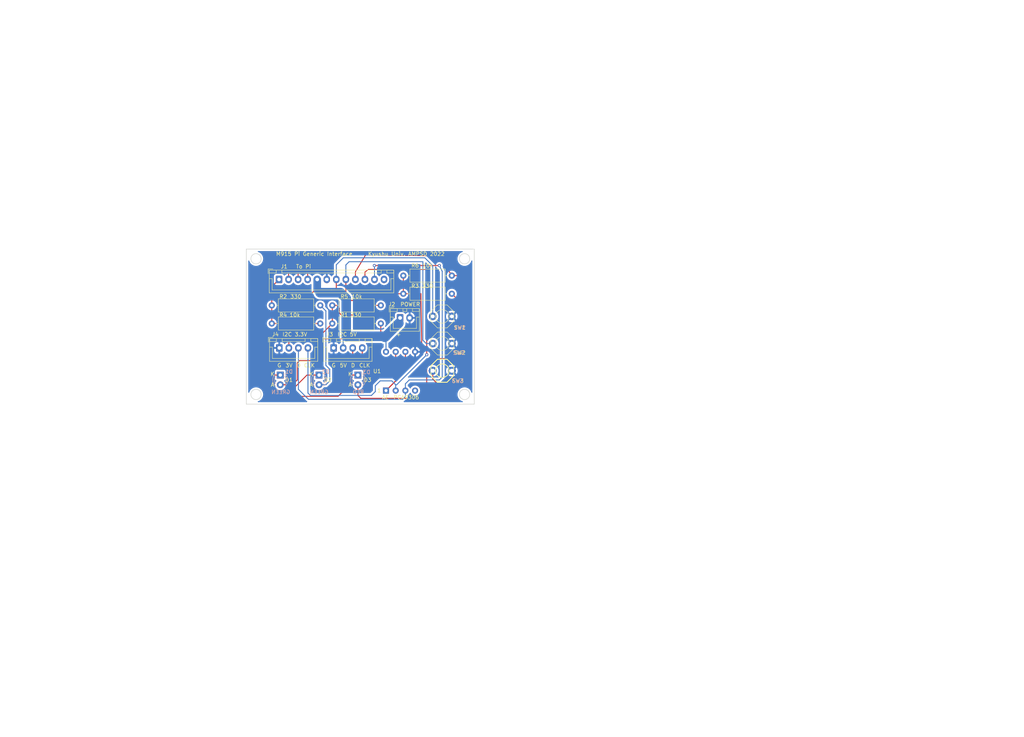
<source format=kicad_pcb>
(kicad_pcb (version 20221018) (generator pcbnew)
  (layers (0 "F.Cu" signal) (31 "B.Cu" signal) (34 "B.Paste" user) (35 "F.Paste" user) (36 "B.SilkS" user "B.Silkscreen") (37 "F.SilkS" user "F.Silkscreen") (38 "B.Mask" user) (39 "F.Mask" user) (44 "Edge.Cuts" user))
  (net 0 "")
  (net 1 "/GPIO04")
  (net 2 "Net-(D1-Pad2)")
  (net 3 "/GPIO05")
  (net 4 "Net-(D2-Pad2)")
  (net 5 "Net-(D3-Pad2)")
  (net 6 "/GPIO06")
  (net 7 "/+3.3V")
  (net 8 "/+5V")
  (net 9 "GND")
  (net 10 "/GPIO23")
  (net 11 "/GPIO24")
  (net 12 "Net-(J1-Pad9)")
  (net 13 "/SCL")
  (net 14 "/SDA")
  (net 15 "Net-(J1-Pad12)")
  (net 16 "/SDA5V")
  (net 17 "/SCL5V")
  (net 18 "Net-(U1-Pad4)")
  (footprint "Connector_JST:JST_XH_B12B-XH-A_1x12_P2.50mm_Vertical" (layer "F.Cu") (at 100.003001 76.535001)
    (fp_text reference "J1" (at 1.342999 -3.383001) (layer "F.SilkS"))
    (fp_text value "To Pi" (at 6.422999 -3.383001) (layer "F.SilkS"))
    (pad "1" thru_hole roundrect (at 0 0) (size 1.7 1.95) (drill 0.95) (layers "*.Cu" "*.Mask") (roundrect_rratio 0.147059) (net 7 "/+3.3V"))
    (pad "2" thru_hole oval (at 2.5 0) (size 1.7 1.95) (drill 0.95) (layers "*.Cu" "*.Mask") (net 1 "/GPIO04"))
    (pad "3" thru_hole oval (at 5 0) (size 1.7 1.95) (drill 0.95) (layers "*.Cu" "*.Mask") (net 3 "/GPIO05"))
    (pad "4" thru_hole oval (at 7.5 0) (size 1.7 1.95) (drill 0.95) (layers "*.Cu" "*.Mask") (net 6 "/GPIO06"))
    (pad "5" thru_hole oval (at 10 0) (size 1.7 1.95) (drill 0.95) (layers "*.Cu" "*.Mask") (net 8 "/+5V"))
    (pad "6" thru_hole oval (at 12.5 0) (size 1.7 1.95) (drill 0.95) (layers "*.Cu" "*.Mask") (net 9 "GND"))
    (pad "7" thru_hole oval (at 15 0) (size 1.7 1.95) (drill 0.95) (layers "*.Cu" "*.Mask") (net 10 "/GPIO23"))
    (pad "8" thru_hole oval (at 17.5 0) (size 1.7 1.95) (drill 0.95) (layers "*.Cu" "*.Mask") (net 11 "/GPIO24"))
    (pad "9" thru_hole oval (at 20 0) (size 1.7 1.95) (drill 0.95) (layers "*.Cu" "*.Mask") (net 12 "Net-(J1-Pad9)"))
    (pad "10" thru_hole oval (at 22.5 0) (size 1.7 1.95) (drill 0.95) (layers "*.Cu" "*.Mask") (net 13 "/SCL"))
    (pad "11" thru_hole oval (at 25 0) (size 1.7 1.95) (drill 0.95) (layers "*.Cu" "*.Mask") (net 14 "/SDA"))
    (pad "12" thru_hole oval (at 27.5 0) (size 1.7 1.95) (drill 0.95) (layers "*.Cu" "*.Mask") (net 15 "Net-(J1-Pad12)"))
  )
  (footprint "Connector_JST:JST_XH_B2B-XH-A_1x02_P2.50mm_Vertical" (layer "F.Cu") (at 131.703001 86.614)
    (fp_text reference "J2" (at -2.163001 -3.556) (layer "F.SilkS"))
    (fp_text value "POWER" (at 2.662999 -3.556) (layer "F.SilkS"))
    (pad "1" thru_hole roundrect (at 0 0) (size 1.7 2) (drill 1) (layers "*.Cu" "*.Mask") (roundrect_rratio 0.147059) (net 8 "/+5V"))
    (pad "2" thru_hole oval (at 2.5 0) (size 1.7 2) (drill 1) (layers "*.Cu" "*.Mask") (net 9 "GND"))
  )
  (footprint "Connector_JST:JST_XH_B4B-XH-A_1x04_P2.50mm_Vertical" (layer "F.Cu") (at 114.3 94.488)
    (fp_text reference "J3" (at -1.016 -3.55) (layer "F.SilkS"))
    (fp_text value "I2C 5V" (at 3.556 -3.556) (layer "F.SilkS"))
    (pad "1" thru_hole roundrect (at 0 0) (size 1.7 1.95) (drill 0.95) (layers "*.Cu" "*.Mask") (roundrect_rratio 0.147059) (net 9 "GND"))
    (pad "2" thru_hole oval (at 2.5 0) (size 1.7 1.95) (drill 0.95) (layers "*.Cu" "*.Mask") (net 8 "/+5V"))
    (pad "3" thru_hole oval (at 5 0) (size 1.7 1.95) (drill 0.95) (layers "*.Cu" "*.Mask") (net 16 "/SDA5V"))
    (pad "4" thru_hole oval (at 7.5 0) (size 1.7 1.95) (drill 0.95) (layers "*.Cu" "*.Mask") (net 17 "/SCL5V"))
  )
  (footprint "Connector_JST:JST_XH_B4B-XH-A_1x04_P2.50mm_Vertical" (layer "F.Cu") (at 100.076 94.488)
    (fp_text reference "J4" (at -1.016 -3.556) (layer "F.SilkS"))
    (fp_text value "I2C 3.3V" (at 4.064 -3.556) (layer "F.SilkS"))
    (pad "1" thru_hole roundrect (at 0 0) (size 1.7 1.95) (drill 0.95) (layers "*.Cu" "*.Mask") (roundrect_rratio 0.147059) (net 9 "GND"))
    (pad "2" thru_hole oval (at 2.5 0) (size 1.7 1.95) (drill 0.95) (layers "*.Cu" "*.Mask") (net 7 "/+3.3V"))
    (pad "3" thru_hole oval (at 5 0) (size 1.7 1.95) (drill 0.95) (layers "*.Cu" "*.Mask") (net 14 "/SDA"))
    (pad "4" thru_hole oval (at 7.5 0) (size 1.7 1.95) (drill 0.95) (layers "*.Cu" "*.Mask") (net 13 "/SCL"))
  )
  (footprint "Resistor_THT:R_Axial_DIN0309_L9.0mm_D3.2mm_P12.70mm_Horizontal" (layer "F.Cu") (at 113.953001 88.085001)
    (fp_text reference "R1" (at 3.140999 -2.233001) (layer "F.SilkS"))
    (fp_text value "330" (at 6.188999 -2.233001) (layer "F.SilkS"))
    (pad "1" thru_hole circle (at 0 0) (size 1.6 1.6) (drill 0.8) (layers "*.Cu" "*.Mask") (net 7 "/+3.3V"))
    (pad "2" thru_hole oval (at 12.7 0) (size 1.6 1.6) (drill 0.8) (layers "*.Cu" "*.Mask") (net 2 "Net-(D1-Pad2)"))
  )
  (footprint "Resistor_THT:R_Axial_DIN0309_L9.0mm_D3.2mm_P12.70mm_Horizontal" (layer "F.Cu") (at 98.103001 83.335001)
    (fp_text reference "R2" (at 2.988999 -2.309001) (layer "F.SilkS"))
    (fp_text value "330" (at 6.290999 -2.309001) (layer "F.SilkS"))
    (pad "1" thru_hole circle (at 0 0) (size 1.6 1.6) (drill 0.8) (layers "*.Cu" "*.Mask") (net 7 "/+3.3V"))
    (pad "2" thru_hole oval (at 12.7 0) (size 1.6 1.6) (drill 0.8) (layers "*.Cu" "*.Mask") (net 4 "Net-(D2-Pad2)"))
  )
  (footprint "Resistor_THT:R_Axial_DIN0309_L9.0mm_D3.2mm_P12.70mm_Horizontal" (layer "F.Cu") (at 132.553001 80.285001)
    (fp_text reference "R3" (at 3.082999 -2.053001) (layer "F.SilkS"))
    (fp_text value "330" (at 6.35 -2.053001) (layer "F.SilkS"))
    (pad "1" thru_hole circle (at 0 0) (size 1.6 1.6) (drill 0.8) (layers "*.Cu" "*.Mask") (net 7 "/+3.3V"))
    (pad "2" thru_hole oval (at 12.7 0) (size 1.6 1.6) (drill 0.8) (layers "*.Cu" "*.Mask") (net 5 "Net-(D3-Pad2)"))
  )
  (footprint "Resistor_THT:R_Axial_DIN0309_L9.0mm_D3.2mm_P12.70mm_Horizontal" (layer "F.Cu") (at 98.103001 88.085001)
    (fp_text reference "R4" (at 2.988999 -2.233001) (layer "F.SilkS"))
    (fp_text value "10k" (at 6.036999 -2.233001) (layer "F.SilkS"))
    (pad "1" thru_hole circle (at 0 0) (size 1.6 1.6) (drill 0.8) (layers "*.Cu" "*.Mask") (net 7 "/+3.3V"))
    (pad "2" thru_hole oval (at 12.7 0) (size 1.6 1.6) (drill 0.8) (layers "*.Cu" "*.Mask") (net 10 "/GPIO23"))
  )
  (footprint "Resistor_THT:R_Axial_DIN0309_L9.0mm_D3.2mm_P12.70mm_Horizontal" (layer "F.Cu") (at 113.953001 83.335001)
    (fp_text reference "R5" (at 3.140999 -2.309001) (layer "F.SilkS"))
    (fp_text value "10k" (at 6.442999 -2.309001) (layer "F.SilkS"))
    (pad "1" thru_hole circle (at 0 0) (size 1.6 1.6) (drill 0.8) (layers "*.Cu" "*.Mask") (net 7 "/+3.3V"))
    (pad "2" thru_hole oval (at 12.7 0) (size 1.6 1.6) (drill 0.8) (layers "*.Cu" "*.Mask") (net 11 "/GPIO24"))
  )
  (footprint "Resistor_THT:R_Axial_DIN0309_L9.0mm_D3.2mm_P12.70mm_Horizontal" (layer "F.Cu") (at 132.553001 75.535001)
    (fp_text reference "R6" (at 3.082999 -2.637001) (layer "F.SilkS"))
    (fp_text value "10k" (at 6.384999 -2.637001) (layer "F.SilkS"))
    (pad "1" thru_hole circle (at 0 0) (size 1.6 1.6) (drill 0.8) (layers "*.Cu" "*.Mask") (net 7 "/+3.3V"))
    (pad "2" thru_hole oval (at 12.7 0) (size 1.6 1.6) (drill 0.8) (layers "*.Cu" "*.Mask") (net 12 "Net-(J1-Pad9)"))
  )
  (footprint "HOLLY:TVDT18-050" (layer "F.Cu") (at 142.778 93.340001)
    (fp_text reference "SW2" (at 4.542 2.417999) (layer "F.SilkS"))
    (fp_text value "SW_Push")
    (pad "1" thru_hole circle (at -2.5 0) (size 2 2) (drill 1) (layers "*.Cu" "*.Mask") (net 11 "/GPIO24"))
    (pad "2" thru_hole circle (at 2.5 0) (size 2 2) (drill 1) (layers "*.Cu" "*.Mask") (net 9 "GND"))
  )
  (footprint "Akizuki:AE-PCA9306" (layer "F.Cu") (at 128.016 105.664 90)
    (fp_text reference "U1" (at 5.08 -2.33 180) (layer "F.SilkS"))
    (fp_text value "AE-PCA9306" (at -1.778 3.81 180) (layer "F.SilkS"))
    (pad "1" thru_hole rect (at 0 0 90) (size 1.6 1.6) (drill 0.8) (layers "*.Cu" "*.Mask") (net 7 "/+3.3V"))
    (pad "2" thru_hole oval (at 0 2.54 90) (size 1.6 1.6) (drill 0.8) (layers "*.Cu" "*.Mask") (net 13 "/SCL"))
    (pad "3" thru_hole oval (at 0 5.08 90) (size 1.6 1.6) (drill 0.8) (layers "*.Cu" "*.Mask") (net 14 "/SDA"))
    (pad "4" thru_hole oval (at 0 7.62 90) (size 1.6 1.6) (drill 0.8) (layers "*.Cu" "*.Mask") (net 18 "Net-(U1-Pad4)"))
    (pad "5" thru_hole oval (at 10.16 7.62 90) (size 1.6 1.6) (drill 0.8) (layers "*.Cu" "*.Mask") (net 9 "GND"))
    (pad "6" thru_hole oval (at 10.16 5.08 90) (size 1.6 1.6) (drill 0.8) (layers "*.Cu" "*.Mask") (net 16 "/SDA5V"))
    (pad "7" thru_hole oval (at 10.16 2.54 90) (size 1.6 1.6) (drill 0.8) (layers "*.Cu" "*.Mask") (net 17 "/SCL5V"))
    (pad "8" thru_hole oval (at 10.16 0 90) (size 1.6 1.6) (drill 0.8) (layers "*.Cu" "*.Mask") (net 8 "/+5V"))
  )
  (footprint "HOLLY:TVDT18-050" (layer "F.Cu") (at 142.748 86.220001)
    (fp_text reference "SW1" (at 4.572 2.933999) (layer "F.SilkS"))
    (fp_text value "SW_Push")
    (pad "1" thru_hole circle (at -2.5 0) (size 2 2) (drill 1) (layers "*.Cu" "*.Mask") (net 10 "/GPIO23"))
    (pad "2" thru_hole circle (at 2.5 0) (size 2 2) (drill 1) (layers "*.Cu" "*.Mask") (net 9 "GND"))
  )
  (footprint "HOLLY:TVDT18-050" (layer "F.Cu") (at 142.748 100.460001)
    (fp_text reference "SW3" hide)
    (fp_text value "SW_Push")
    (pad "1" thru_hole circle (at -2.5 0) (size 2 2) (drill 1) (layers "*.Cu" "*.Mask") (net 12 "Net-(J1-Pad9)"))
    (pad "2" thru_hole circle (at 2.5 0) (size 2 2) (drill 1) (layers "*.Cu" "*.Mask") (net 9 "GND"))
  )
  (footprint "HOLLY:TVDT18-050" (layer "F.Cu") (at 142.748 100.460001)
    (fp_text reference "SW3" hide)
    (fp_text value "SW_Push")
    (pad "1" thru_hole circle (at -2.5 0) (size 2 2) (drill 1) (layers "*.Cu" "*.Mask") (net 12 "Net-(J1-Pad9)"))
    (pad "2" thru_hole circle (at 2.5 0) (size 2 2) (drill 1) (layers "*.Cu" "*.Mask") (net 9 "GND"))
  )
  (footprint "HOLLY:TVDT18-050" (layer "F.Cu") (at 142.748 100.460001)
    (fp_text reference "SW3" hide)
    (fp_text value "SW_Push")
    (pad "1" thru_hole circle (at -2.5 0) (size 2 2) (drill 1) (layers "*.Cu" "*.Mask") (net 12 "Net-(J1-Pad9)"))
    (pad "2" thru_hole circle (at 2.5 0) (size 2 2) (drill 1) (layers "*.Cu" "*.Mask") (net 9 "GND"))
  )
  (footprint "HOLLY:TVDT18-050" (layer "F.Cu") (at 142.748 100.460001)
    (fp_text reference "SW3" hide)
    (fp_text value "SW_Push")
    (pad "1" thru_hole circle (at -2.5 0) (size 2 2) (drill 1) (layers "*.Cu" "*.Mask") (net 12 "Net-(J1-Pad9)"))
    (pad "2" thru_hole circle (at 2.5 0) (size 2 2) (drill 1) (layers "*.Cu" "*.Mask") (net 9 "GND"))
  )
  (footprint "HOLLY:TVDT18-050" (layer "F.Cu") (at 142.748 100.460001)
    (fp_text reference "SW3" hide)
    (fp_text value "SW_Push")
    (pad "1" thru_hole circle (at -2.5 0) (size 2 2) (drill 1) (layers "*.Cu" "*.Mask") (net 12 "Net-(J1-Pad9)"))
    (pad "2" thru_hole circle (at 2.5 0) (size 2 2) (drill 1) (layers "*.Cu" "*.Mask") (net 9 "GND"))
  )
  (footprint "HOLLY:TVDT18-050" (layer "F.Cu") (at 142.748 100.460001)
    (fp_text reference "SW3" hide)
    (fp_text value "SW_Push")
    (pad "1" thru_hole circle (at -2.5 0) (size 2 2) (drill 1) (layers "*.Cu" "*.Mask") (net 12 "Net-(J1-Pad9)"))
    (pad "2" thru_hole circle (at 2.5 0) (size 2 2) (drill 1) (layers "*.Cu" "*.Mask") (net 9 "GND"))
  )
  (footprint "HOLLY:TVDT18-050" (layer "F.Cu") (at 142.748 100.460001)
    (fp_text reference "SW3" hide)
    (fp_text value "SW_Push")
    (pad "1" thru_hole circle (at -2.5 0) (size 2 2) (drill 1) (layers "*.Cu" "*.Mask") (net 12 "Net-(J1-Pad9)"))
    (pad "2" thru_hole circle (at 2.5 0) (size 2 2) (drill 1) (layers "*.Cu" "*.Mask") (net 9 "GND"))
  )
  (footprint "HOLLY:TVDT18-050" (layer "F.Cu") (at 142.748 100.460001)
    (fp_text reference "SW3" hide)
    (fp_text value "SW_Push")
    (pad "1" thru_hole circle (at -2.5 0) (size 2 2) (drill 1) (layers "*.Cu" "*.Mask") (net 12 "Net-(J1-Pad9)"))
    (pad "2" thru_hole circle (at 2.5 0) (size 2 2) (drill 1) (layers "*.Cu" "*.Mask") (net 9 "GND"))
  )
  (footprint "HOLLY:TVDT18-050" (layer "F.Cu") (at 142.748 100.460001)
    (fp_text reference "SW3" hide)
    (fp_text value "SW_Push")
    (pad "1" thru_hole circle (at -2.5 0) (size 2 2) (drill 1) (layers "*.Cu" "*.Mask") (net 12 "Net-(J1-Pad9)"))
    (pad "2" thru_hole circle (at 2.5 0) (size 2 2) (drill 1) (layers "*.Cu" "*.Mask") (net 9 "GND"))
  )
  (footprint "HOLLY:TVDT18-050" (layer "F.Cu") (at 142.748 100.460001)
    (fp_text reference "SW3" (at 4.064 2.663999) (layer "B.SilkS") (effects (justify mirror)))
    (fp_text value "SW_Push")
    (pad "1" thru_hole circle (at -2.5 0) (size 2 2) (drill 1) (layers "*.Cu" "*.Mask") (net 12 "Net-(J1-Pad9)"))
    (pad "2" thru_hole circle (at 2.5 0) (size 2 2) (drill 1) (layers "*.Cu" "*.Mask") (net 9 "GND"))
  )
  (footprint "HOLLY:TVDT18-050" (layer "F.Cu") (at 142.748 100.460001)
    (fp_text reference "SW3" hide)
    (fp_text value "SW_Push")
    (pad "1" thru_hole circle (at -2.5 0) (size 2 2) (drill 1) (layers "*.Cu" "*.Mask") (net 12 "Net-(J1-Pad9)"))
    (pad "2" thru_hole circle (at 2.5 0) (size 2 2) (drill 1) (layers "*.Cu" "*.Mask") (net 9 "GND"))
  )
  (footprint "HOLLY:TVDT18-050" (layer "F.Cu") (at 142.778 100.460001)
    (fp_text reference "SW3" (at 4.034 2.663999) (layer "F.SilkS"))
    (fp_text value "SW_Push")
    (pad "1" thru_hole circle (at -2.5 0) (size 2 2) (drill 1) (layers "*.Cu" "*.Mask") (net 12 "Net-(J1-Pad9)"))
    (pad "2" thru_hole circle (at 2.5 0) (size 2 2) (drill 1) (layers "*.Cu" "*.Mask") (net 9 "GND"))
  )
  (footprint "" (layer "F.Cu") (at 147.574 95.758)
    (fp_text reference "" (at 142.748 100.460001) (layer "F.SilkS") (effects (font (size 1.27 1.27))))
    (fp_text value "" (at 142.748 100.460001) (layer "F.SilkS") (effects (font (size 1.27 1.27))))
    (fp_text user "SW2" (at -0.508 0) (layer "B.SilkS") (effects (justify mirror)))
  )
  (footprint "" (layer "F.Cu") (at 128.524 85.852)
    (fp_text reference "" (at 27.178 3.556) (layer "F.SilkS") (effects (font (size 1.27 1.27))))
    (fp_text value "" (at 27.178 3.556) (layer "F.SilkS") (effects (font (size 1.27 1.27))))
    (fp_text user "SW1" (at 18.796 3.302) (layer "B.SilkS") (effects (justify mirror)))
  )
  (footprint "" (layer "F.Cu") (at 147.32 88.392)
    (fp_text reference "" (at 147.574 95.758) (layer "F.SilkS") (effects (font (size 1.27 1.27))))
    (fp_text value "" (at 147.574 95.758) (layer "F.SilkS") (effects (font (size 1.27 1.27))))
  )
  (footprint "" (layer "F.Cu") (at 103.632 102.108)
    (fp_text reference "" (at 100.003001 76.535001) (layer "F.SilkS") (effects (font (size 1.27 1.27))))
    (fp_text value "" (at 100.003001 76.535001) (layer "F.SilkS") (effects (font (size 1.27 1.27))))
  )
  (footprint "" (layer "F.Cu") (at 27.178 3.556)
    (fp_text reference "" (at 147.574 95.758) (layer "F.SilkS") (effects (font (size 1.27 1.27))))
    (fp_text value "" (at 147.574 95.758) (layer "F.SilkS") (effects (font (size 1.27 1.27))))
  )
  (footprint "LED_THT:LED_D3.0mm" (layer "B.Cu") (at 100.33 101.6 -90)
    (fp_text reference "D1" (at -0.889 -2.286 180) (layer "B.SilkS") (effects (justify mirror)))
    (fp_text value "GREEN" (at 4.445 -0.127 180) (layer "B.SilkS") (effects (justify mirror)))
    (pad "1" thru_hole rect (at 0 0 270) (size 1.8 1.8) (drill 0.9) (layers "*.Cu" "*.Mask") (net 1 "/GPIO04"))
    (pad "2" thru_hole circle (at 2.54 0 270) (size 1.8 1.8) (drill 0.9) (layers "*.Cu" "*.Mask") (net 2 "Net-(D1-Pad2)"))
  )
  (footprint "LED_THT:LED_D3.0mm" (layer "B.Cu") (at 110.49 101.6 -90)
    (fp_text reference "D2" (at -0.889 -1.778 180) (layer "B.SilkS") (effects (justify mirror)))
    (fp_text value "GREEN" (at 4.445 0 180) (layer "B.SilkS") (effects (justify mirror)))
    (pad "1" thru_hole rect (at 0 0 270) (size 1.8 1.8) (drill 0.9) (layers "*.Cu" "*.Mask") (net 3 "/GPIO05"))
    (pad "2" thru_hole circle (at 2.54 0 270) (size 1.8 1.8) (drill 0.9) (layers "*.Cu" "*.Mask") (net 4 "Net-(D2-Pad2)"))
  )
  (footprint "LED_THT:LED_D3.0mm" (layer "B.Cu") (at 120.65 101.6 -90)
    (fp_text reference "D3" (at -0.762 -2.286 180) (layer "B.SilkS") (effects (justify mirror)))
    (fp_text value "RED" (at 4.445 -0.127 180) (layer "B.SilkS") (effects (justify mirror)))
    (pad "1" thru_hole rect (at 0 0 270) (size 1.8 1.8) (drill 0.9) (layers "*.Cu" "*.Mask") (net 6 "/GPIO06"))
    (pad "2" thru_hole circle (at 2.54 0 270) (size 1.8 1.8) (drill 0.9) (layers "*.Cu" "*.Mask") (net 5 "Net-(D3-Pad2)"))
  )
  (gr_circle (center 148.59 106.68) (end 149.94 106.68) (stroke (width 0.15)) (fill none) (layer "Edge.Cuts"))
  (gr_circle (center 93.98 106.68) (end 95.33 106.68) (stroke (width 0.15)) (fill none) (layer "Edge.Cuts"))
  (gr_circle (center 93.98 71.12) (end 95.33 71.12) (stroke (width 0.15)) (fill none) (layer "Edge.Cuts"))
  (gr_line (start 91.44 109.22) (end 91.44 68.58) (stroke (width 0.15)) (layer "Edge.Cuts"))
  (gr_line (start 91.44 68.58) (end 151.13 68.58) (stroke (width 0.15)) (layer "Edge.Cuts"))
  (gr_line (start 151.13 109.22) (end 91.44 109.22) (stroke (width 0.15)) (layer "Edge.Cuts"))
  (gr_circle (center 148.59 71.12) (end 149.94 71.12) (stroke (width 0.15)) (fill none) (layer "Edge.Cuts"))
  (gr_line (start 151.13 68.58) (end 151.13 109.22) (stroke (width 0.15)) (layer "Edge.Cuts"))
  (gr_text "K" (at 108.458 101.346) (layer "F.SilkS") (effects (font (size 1 1))))
  (gr_text "K" (at 98.298 101.346) (layer "F.SilkS") (effects (font (size 1 1))))
  (gr_text "A" (at 108.458 104.14) (layer "F.SilkS") (effects (font (size 1 1))))
  (gr_text "A" (at 98.298 104.14) (layer "F.SilkS") (effects (font (size 1 1))))
  (gr_text "1" (at 126.238 105.664) (layer "F.SilkS") (effects (font (size 1 1))))
  (gr_text "D2" (at 112.776 102.87) (layer "F.SilkS") (effects (font (size 1 1))))
  (gr_text "D3" (at 123.19 102.87) (layer "F.SilkS") (effects (font (size 1 1))))
  (gr_text "G" (at 114.3 99.06) (layer "F.SilkS") (effects (font (size 1 1))))
  (gr_text "5V" (at 116.84 99.06) (layer "F.SilkS") (effects (font (size 1 1))))
  (gr_text "D" (at 119.38 99.06) (layer "F.SilkS") (effects (font (size 1 1))))
  (gr_text "CLK" (at 107.95 99.06) (layer "F.SilkS") (effects (font (size 1 1))))
  (gr_text "G" (at 100.076 99.06) (layer "F.SilkS") (effects (font (size 1 1))))
  (gr_text "CLK" (at 122.428 99.06) (layer "F.SilkS") (effects (font (size 1 1))))
  (gr_text "D1" (at 102.616 102.87) (layer "F.SilkS") (effects (font (size 1 1))))
  (gr_text "A" (at 118.618 104.14) (layer "F.SilkS") (effects (font (size 1 1))))
  (gr_text "+" (at 131.318 90.932) (layer "F.SilkS") (effects (font (size 1 1))))
  (gr_text "M915 Pi Generic Interface" (at 109.22 69.85) (layer "F.SilkS") (effects (font (size 1 1))))
  (gr_text "K" (at 118.618 101.346) (layer "F.SilkS") (effects (font (size 1 1))))
  (gr_text "Kyushu Univ. AMPSD 2022" (at 133.35 69.85) (layer "F.SilkS") (effects (font (size 1 1))))
  (gr_text "3V" (at 102.616 99.06) (layer "F.SilkS") (effects (font (size 1 1))))
  (gr_text "D" (at 105.156 99.06) (layer "F.SilkS") (effects (font (size 1 1))))
  (via (at 138.684 96.266) (size 0.8) (drill 0.4) (layers "F.Cu" "B.Cu") (net 0))
  (segment (start 95.885 100.33) (end 97.155 101.6) (width 0.25) (layer "F.Cu") (net 1))
  (segment (start 102.503001 76.535001) (end 102.503001 74.661999) (width 0.25) (layer "F.Cu") (net 1))
  (segment (start 102.136002 74.295) (end 95.885 74.295) (width 0.25) (layer "F.Cu") (net 1))
  (segment (start 102.503001 74.661999) (end 102.136002 74.295) (width 0.25) (layer "F.Cu") (net 1))
  (segment (start 95.885 74.295) (end 95.885 100.33) (width 0.25) (layer "F.Cu") (net 1))
  (segment (start 97.155 101.6) (end 100.33 101.6) (width 0.25) (layer "F.Cu") (net 1))
  (segment (start 100.33 104.14) (end 103.505 104.14) (width 0.25) (layer "F.Cu") (net 2))
  (segment (start 104.775 102.87) (end 104.775 98.425) (width 0.25) (layer "F.Cu") (net 2))
  (segment (start 105.41 97.79) (end 111.125 97.79) (width 0.25) (layer "F.Cu") (net 2))
  (segment (start 111.125 97.79) (end 111.125 92.075) (width 0.25) (layer "F.Cu") (net 2))
  (segment (start 103.505 104.14) (end 104.775 102.87) (width 0.25) (layer "F.Cu") (net 2))
  (segment (start 104.775 98.425) (end 105.41 97.79) (width 0.25) (layer "F.Cu") (net 2))
  (segment (start 111.125 92.075) (end 125.73 92.075) (width 0.25) (layer "F.Cu") (net 2))
  (segment (start 125.73 92.075) (end 126.653001 91.151999) (width 0.25) (layer "F.Cu") (net 2))
  (segment (start 126.653001 91.151999) (end 126.653001 88.085001) (width 0.25) (layer "F.Cu") (net 2))
  (segment (start 110.49 101.6) (end 107.315 101.6) (width 0.25) (layer "F.Cu") (net 3))
  (segment (start 107.315 101.6) (end 102.87 106.045) (width 0.25) (layer "F.Cu") (net 3))
  (segment (start 95.884283 73.66) (end 104.14 73.66) (width 0.25) (layer "F.Cu") (net 3))
  (segment (start 105.003001 74.523001) (end 105.003001 76.535001) (width 0.25) (layer "F.Cu") (net 3))
  (segment (start 104.14 73.66) (end 105.003001 74.523001) (width 0.25) (layer "F.Cu") (net 3))
  (segment (start 99.06 106.045) (end 95.25 101.6) (width 0.25) (layer "F.Cu") (net 3))
  (segment (start 95.25 101.6) (end 95.25 74.294283) (width 0.25) (layer "F.Cu") (net 3))
  (segment (start 102.87 106.045) (end 99.06 106.045) (width 0.25) (layer "F.Cu") (net 3))
  (segment (start 95.25 74.294283) (end 95.884283 73.66) (width 0.25) (layer "F.Cu") (net 3))
  (segment (start 112.268 99.06) (end 112.268 84.8) (width 0.25) (layer "B.Cu") (net 4))
  (segment (start 112.268 104.14) (end 113.284 103.124) (width 0.25) (layer "B.Cu") (net 4))
  (segment (start 110.49 104.14) (end 112.268 104.14) (width 0.25) (layer "B.Cu") (net 4))
  (segment (start 112.268 84.8) (end 110.803001 83.335001) (width 0.25) (layer "B.Cu") (net 4))
  (segment (start 113.284 100.076) (end 112.268 99.06) (width 0.25) (layer "B.Cu") (net 4))
  (segment (start 113.284 103.124) (end 113.284 100.076) (width 0.25) (layer "B.Cu") (net 4))
  (segment (start 121.412 107.696) (end 120.65 106.934) (width 0.25) (layer "F.Cu") (net 5))
  (segment (start 147.066 96.266) (end 146.05 97.282) (width 0.25) (layer "F.Cu") (net 5))
  (segment (start 137.668 107.696) (end 121.412 107.696) (width 0.25) (layer "F.Cu") (net 5))
  (segment (start 147.066 82.098) (end 147.066 96.266) (width 0.25) (layer "F.Cu") (net 5))
  (segment (start 120.65 106.934) (end 120.65 104.14) (width 0.25) (layer "F.Cu") (net 5))
  (segment (start 138.684 105.918) (end 137.668 107.696) (width 0.25) (layer "F.Cu") (net 5))
  (segment (start 146.05 97.282) (end 139.7 97.282) (width 0.25) (layer "F.Cu") (net 5))
  (segment (start 138.684 98.298) (end 138.684 105.918) (width 0.25) (layer "F.Cu") (net 5))
  (segment (start 139.7 97.282) (end 138.684 98.298) (width 0.25) (layer "F.Cu") (net 5))
  (segment (start 145.253001 80.285001) (end 147.066 82.098) (width 0.25) (layer "F.Cu") (net 5))
  (segment (start 95.504 73.152) (end 106.68 73.152) (width 0.25) (layer "F.Cu") (net 6))
  (segment (start 117.856 104.775718) (end 115.443718 107.188) (width 0.25) (layer "F.Cu") (net 6))
  (segment (start 118.872 101.6) (end 117.856 102.616) (width 0.25) (layer "F.Cu") (net 6))
  (segment (start 120.65 101.6) (end 118.872 101.6) (width 0.25) (layer "F.Cu") (net 6))
  (segment (start 98.552 107.188) (end 94.488 103.124) (width 0.25) (layer "F.Cu") (net 6))
  (segment (start 94.488 74.168) (end 95.504 73.152) (width 0.25) (layer "F.Cu") (net 6))
  (segment (start 94.488 103.124) (end 94.488 74.168) (width 0.25) (layer "F.Cu") (net 6))
  (segment (start 106.68 73.152) (end 107.503001 73.975001) (width 0.25) (layer "F.Cu") (net 6))
  (segment (start 117.856 102.616) (end 117.856 104.775718) (width 0.25) (layer "F.Cu") (net 6))
  (segment (start 115.443718 107.188) (end 98.552 107.188) (width 0.25) (layer "F.Cu") (net 6))
  (segment (start 107.503001 73.975001) (end 107.503001 76.535001) (width 0.25) (layer "F.Cu") (net 6))
  (segment (start 137.414 96.266) (end 128.016 105.664) (width 0.25) (layer "F.Cu") (net 7))
  (segment (start 100.003001 76.535001) (end 98.103001 78.435001) (width 0.25) (layer "F.Cu") (net 7))
  (segment (start 128.016 85.852) (end 129.032 84.836) (width 0.25) (layer "F.Cu") (net 7))
  (segment (start 129.032 81.788) (end 130.534999 80.285001) (width 0.25) (layer "F.Cu") (net 7))
  (segment (start 115.824 85.344) (end 116.332 85.852) (width 0.25) (layer "F.Cu") (net 7))
  (segment (start 137.16 80.264) (end 137.414 96.012) (width 0.25) (layer "F.Cu") (net 7))
  (segment (start 137.414 96.012) (end 137.414 96.266) (width 0.25) (layer "F.Cu") (net 7))
  (segment (start 115.085001 83.335001) (end 115.824 84.074) (width 0.25) (layer "F.Cu") (net 7))
  (segment (start 102.576 90.511) (end 111.527002 90.511) (width 0.25) (layer "F.Cu") (net 7))
  (segment (start 116.332 85.852) (end 128.016 85.852) (width 0.25) (layer "F.Cu") (net 7))
  (segment (start 111.527002 90.511) (end 113.953001 88.085001) (width 0.25) (layer "F.Cu") (net 7))
  (segment (start 102.576 90.511) (end 102.576 94.488) (width 0.25) (layer "F.Cu") (net 7))
  (segment (start 98.103001 88.085001) (end 100.150001 88.085001) (width 0.25) (layer "F.Cu") (net 7))
  (segment (start 132.553001 80.285001) (end 137.16 80.264) (width 0.25) (layer "F.Cu") (net 7))
  (segment (start 113.953001 83.335001) (end 115.085001 83.335001) (width 0.25) (layer "F.Cu") (net 7))
  (segment (start 129.032 84.836) (end 129.032 81.788) (width 0.25) (layer "F.Cu") (net 7))
  (segment (start 98.103001 78.435001) (end 98.103001 88.085001) (width 0.25) (layer "F.Cu") (net 7))
  (segment (start 133.604 100.076) (end 128.016 105.664) (width 0.25) (layer "F.Cu") (net 7))
  (segment (start 100.150001 88.085001) (end 102.576 90.511) (width 0.25) (layer "F.Cu") (net 7))
  (segment (start 113.953001 88.085001) (end 113.953001 83.335001) (width 0.25) (layer "F.Cu") (net 7))
  (segment (start 115.824 84.074) (end 115.824 85.344) (width 0.25) (layer "F.Cu") (net 7))
  (segment (start 132.553001 75.535001) (end 132.553001 80.285001) (width 0.25) (layer "F.Cu") (net 7))
  (segment (start 130.534999 80.285001) (end 132.553001 80.285001) (width 0.25) (layer "F.Cu") (net 7))
  (segment (start 128.016 91.694) (end 128.016 95.504) (width 0.25) (layer "B.Cu") (net 8))
  (segment (start 117.602 81.534) (end 116.078 80.01) (width 2.5) (layer "B.Cu") (net 8))
  (segment (start 116.078 80.01) (end 110.744 80.01) (width 2.5) (layer "B.Cu") (net 8))
  (segment (start 131.3835 88.006999) (end 127.696499 91.694) (width 2.5) (layer "B.Cu") (net 8))
  (segment (start 116.8 92.242) (end 116.8 94.488) (width 0.25) (layer "B.Cu") (net 8))
  (segment (start 131.703001 86.614) (end 131.703001 88.006999) (width 0.25) (layer "B.Cu") (net 8))
  (segment (start 117.602 91.44) (end 116.8 92.242) (width 0.25) (layer "B.Cu") (net 8))
  (segment (start 110.003001 79.269001) (end 110.003001 76.535001) (width 2) (layer "B.Cu") (net 8))
  (segment (start 117.602 91.44) (end 117.602 81.534) (width 2.5) (layer "B.Cu") (net 8))
  (segment (start 110.744 80.01) (end 110.003001 79.269001) (width 0.25) (layer "B.Cu") (net 8))
  (segment (start 128.016 91.44) (end 117.602 91.44) (width 2.5) (layer "B.Cu") (net 8))
  (segment (start 110.803001 88.085001) (end 108.659001 88.085001) (width 0.25) (layer "F.Cu") (net 10))
  (segment (start 106.68 86.106) (end 106.68 82.042) (width 0.25) (layer "F.Cu") (net 10))
  (segment (start 108.659001 88.085001) (end 106.68 86.106) (width 0.25) (layer "F.Cu") (net 10))
  (segment (start 106.68 82.042) (end 109.22 79.502) (width 0.25) (layer "F.Cu") (net 10))
  (segment (start 115.003001 78.798999) (end 115.003001 76.535001) (width 0.25) (layer "F.Cu") (net 10))
  (segment (start 109.22 79.502) (end 114.3 79.502) (width 0.25) (layer "F.Cu") (net 10))
  (segment (start 114.3 79.502) (end 115.003001 78.798999) (width 0.25) (layer "F.Cu") (net 10))
  (segment (start 115.003001 72.702999) (end 115.003001 76.535001) (width 0.25) (layer "B.Cu") (net 10))
  (segment (start 116.84 70.866) (end 115.003001 72.702999) (width 0.25) (layer "B.Cu") (net 10))
  (segment (start 140.248 86.220001) (end 140.248 72.938) (width 0.25) (layer "B.Cu") (net 10))
  (segment (start 138.176 70.866) (end 116.84 70.866) (width 0.25) (layer "B.Cu") (net 10))
  (segment (start 140.248 72.938) (end 138.176 70.866) (width 0.25) (layer "B.Cu") (net 10))
  (segment (start 126.653001 83.335001) (end 124.737001 83.335001) (width 0.25) (layer "F.Cu") (net 11))
  (segment (start 123.444 82.042) (end 118.11 82.042) (width 0.25) (layer "F.Cu") (net 11))
  (segment (start 118.11 82.042) (end 117.503001 81.435001) (width 0.25) (layer "F.Cu") (net 11))
  (segment (start 117.503001 81.435001) (end 117.503001 76.535001) (width 0.25) (layer "F.Cu") (net 11))
  (segment (start 124.737001 83.335001) (end 123.444 82.042) (width 0.25) (layer "F.Cu") (net 11))
  (segment (start 138.552001 93.340001) (end 140.278 93.340001) (width 0.25) (layer "B.Cu") (net 11))
  (segment (start 118.364 71.882) (end 137.668 71.882) (width 0.25) (layer "B.Cu") (net 11))
  (segment (start 117.503001 76.535001) (end 117.503001 72.742999) (width 0.25) (layer "B.Cu") (net 11))
  (segment (start 137.668 71.882) (end 137.668 92.456) (width 0.25) (layer "B.Cu") (net 11))
  (segment (start 117.503001 72.742999) (end 118.364 71.882) (width 0.25) (layer "B.Cu") (net 11))
  (segment (start 137.668 92.456) (end 138.552001 93.340001) (width 0.25) (layer "B.Cu") (net 11))
  (segment (start 140.278 102.686) (end 140.278 100.460001) (width 0.25) (layer "F.Cu") (net 12))
  (segment (start 145.253001 75.535001) (end 141.986 70.358) (width 0.25) (layer "F.Cu") (net 12))
  (segment (start 147.163001 75.535001) (end 148.082 76.454) (width 0.25) (layer "F.Cu") (net 12))
  (segment (start 141.986 70.358) (end 122.682 70.104) (width 0.25) (layer "F.Cu") (net 12))
  (segment (start 120.003001 74.560999) (end 120.003001 76.535001) (width 0.25) (layer "F.Cu") (net 12))
  (segment (start 148.082 76.454) (end 148.082 102.108) (width 0.25) (layer "F.Cu") (net 12))
  (segment (start 148.082 102.108) (end 146.304 103.886) (width 0.25) (layer "F.Cu") (net 12))
  (segment (start 122.682 70.104) (end 120.003001 74.560999) (width 0.25) (layer "F.Cu") (net 12))
  (segment (start 145.253001 75.535001) (end 147.163001 75.535001) (width 0.25) (layer "F.Cu") (net 12))
  (segment (start 146.304 103.886) (end 141.478 103.886) (width 0.25) (layer "F.Cu") (net 12))
  (segment (start 141.478 103.886) (end 140.278 102.686) (width 0.25) (layer "F.Cu") (net 12))
  (segment (start 123.444 73.914) (end 122.503001 74.600999) (width 0.25) (layer "F.Cu") (net 13))
  (segment (start 138.684 96.266) (end 138.62552 73.85552) (width 0.25) (layer "F.Cu") (net 13))
  (segment (start 122.503001 74.600999) (end 122.503001 76.535001) (width 0.25) (layer "F.Cu") (net 13))
  (segment (start 138.684 73.914) (end 123.444 73.914) (width 0.25) (layer "F.Cu") (net 13))
  (segment (start 130.81 104.14) (end 130.556 104.14) (width 0.25) (layer "B.Cu") (net 13))
  (segment (start 107.576 106.306) (end 107.576 94.488) (width 0.25) (layer "B.Cu") (net 13))
  (segment (start 129.54 103.124) (end 126.492 103.124) (width 0.25) (layer "B.Cu") (net 13))
  (segment (start 130.556 105.664) (end 130.556 104.14) (width 0.25) (layer "B.Cu") (net 13))
  (segment (start 138.684 96.266) (end 130.81 104.14) (width 0.25) (layer "B.Cu") (net 13))
  (segment (start 125.222 104.394) (end 125.222 105.918) (width 0.25) (layer "B.Cu") (net 13))
  (segment (start 124.206 106.934) (end 108.204 106.934) (width 0.25) (layer "B.Cu") (net 13))
  (segment (start 130.556 104.14) (end 129.54 103.124) (width 0.25) (layer "B.Cu") (net 13))
  (segment (start 108.204 106.934) (end 107.576 106.306) (width 0.25) (layer "B.Cu") (net 13))
  (segment (start 126.492 103.124) (end 125.222 104.394) (width 0.25) (layer "B.Cu") (net 13))
  (segment (start 125.222 105.918) (end 124.206 106.934) (width 0.25) (layer "B.Cu") (net 13))
  (segment (start 124.968 72.898) (end 141.986 72.898) (width 0.25) (layer "F.Cu") (net 14))
  (via (at 141.986 72.898) (size 0.8) (drill 0.4) (layers "F.Cu" "B.Cu") (net 14))
  (via (at 124.968 72.898) (size 0.8) (drill 0.4) (layers "F.Cu" "B.Cu") (net 14))
  (segment (start 134.112 102.87) (end 141.986 102.87) (width 0.25) (layer "B.Cu") (net 14))
  (segment (start 132.334 107.95) (end 133.096 107.188) (width 0.25) (layer "B.Cu") (net 14))
  (segment (start 133.096 103.886) (end 134.112 102.87) (width 0.25) (layer "B.Cu") (net 14))
  (segment (start 124.968 72.898) (end 125.003001 72.933001) (width 0.25) (layer "B.Cu") (net 14))
  (segment (start 105.076 105.33) (end 107.696 107.95) (width 0.25) (layer "B.Cu") (net 14))
  (segment (start 133.096 107.188) (end 133.096 105.664) (width 0.25) (layer "B.Cu") (net 14))
  (segment (start 142.748 74.422) (end 141.986 72.898) (width 0.25) (layer "B.Cu") (net 14))
  (segment (start 105.076 94.488) (end 105.076 105.33) (width 0.25) (layer "B.Cu") (net 14))
  (segment (start 141.986 102.87) (end 142.748 102.108) (width 0.25) (layer "B.Cu") (net 14))
  (segment (start 133.096 105.664) (end 133.096 103.886) (width 0.25) (layer "B.Cu") (net 14))
  (segment (start 125.003001 72.933001) (end 125.003001 76.535001) (width 0.25) (layer "B.Cu") (net 14))
  (segment (start 142.748 102.108) (end 142.748 74.422) (width 0.25) (layer "B.Cu") (net 14))
  (segment (start 107.696 107.95) (end 132.334 107.95) (width 0.25) (layer "B.Cu") (net 14))
  (segment (start 119.3 97.71) (end 119.3 94.488) (width 0.25) (layer "F.Cu") (net 16))
  (segment (start 120.396 98.806) (end 119.3 97.71) (width 0.25) (layer "F.Cu") (net 16))
  (segment (start 133.096 98.806) (end 120.396 98.806) (width 0.25) (layer "F.Cu") (net 16))
  (segment (start 133.096 95.504) (end 133.096 98.806) (width 0.25) (layer "F.Cu") (net 16))
  (segment (start 130.556 97.79) (end 121.92 97.79) (width 0.25) (layer "F.Cu") (net 17))
  (segment (start 130.556 95.504) (end 130.556 97.79) (width 0.25) (layer "F.Cu") (net 17))
  (segment (start 121.92 97.79) (end 121.8 97.67) (width 0.25) (layer "F.Cu") (net 17))
  (segment (start 121.8 97.67) (end 121.8 94.488) (width 0.25) (layer "F.Cu") (net 17))
  (zone (net 9) (net_name "GND") (layer "B.Cu") (connect_pads (clearance 0.508)) (min_thickness 0.254) (fill yes (thermal_gap 0.508) (thermal_bridge_width 0.508))
    (polygon (pts (xy 152.4 109.22) (xy 91.44 109.22) (xy 91.44 68.58) (xy 152.4 68.58)))
  )
)
</source>
